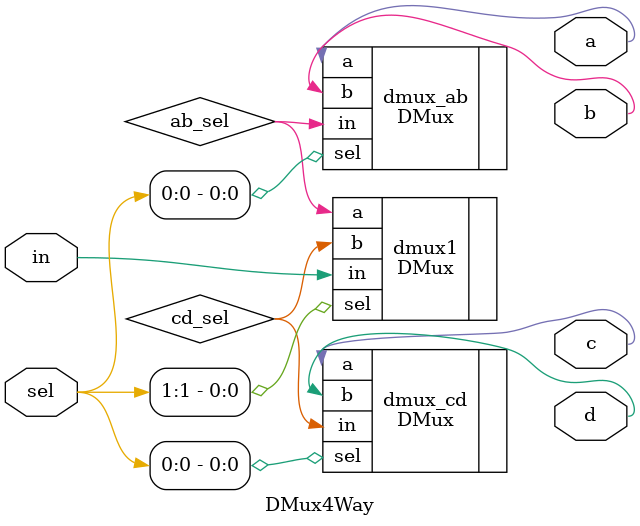
<source format=v>
/**
 * 1-bit 4-way demultiplexor:
 * {a, b, c, d} = {in, 0, 0, 0} if sel == 00
 *                {0, in, 0, 0} if sel == 01
 *                {0, 0, in, 0} if sel == 10
 *                {0, 0, 0, in} if sel == 11
 */

`default_nettype none

module DMux4Way(
    input wire in,
    input wire [1:0] sel,
    output wire a,
    output wire b,
    output wire c,
    output wire d
);

    wire ab_sel, cd_sel;

    // First DMux to split between {a, b} and {c, d} based on sel[1]
    DMux dmux1 (
        .in(in),
        .sel(sel[1]),
        .a(ab_sel),
        .b(cd_sel)
    );

    // Second DMux to split {a, b} based on sel[0]
    DMux dmux_ab (
        .in(ab_sel),
        .sel(sel[0]),
        .a(a),
        .b(b)
    );

    // Third DMux to split {c, d} based on sel[0]
    DMux dmux_cd (
        .in(cd_sel),
        .sel(sel[0]),
        .a(c),
        .b(d)
    );

endmodule

</source>
